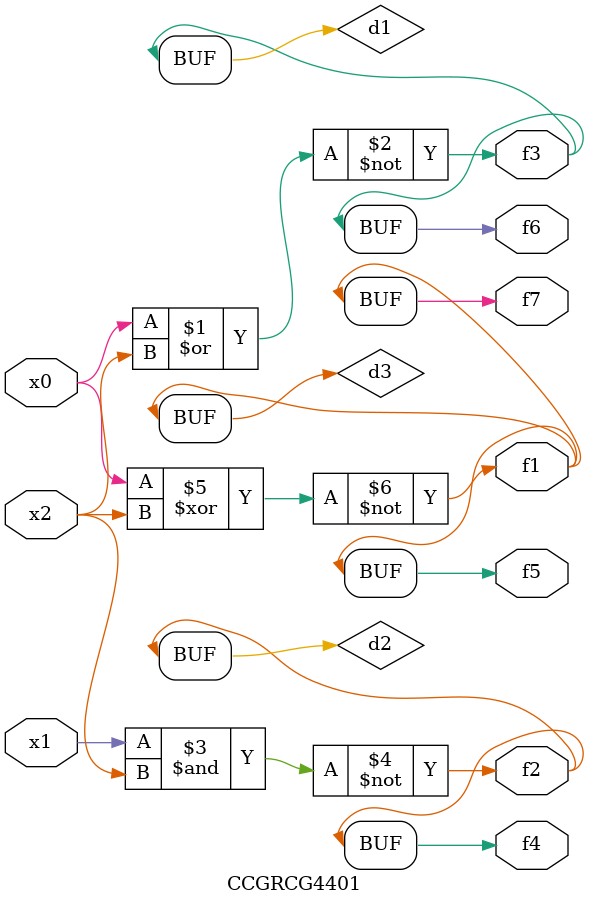
<source format=v>
module CCGRCG4401(
	input x0, x1, x2,
	output f1, f2, f3, f4, f5, f6, f7
);

	wire d1, d2, d3;

	nor (d1, x0, x2);
	nand (d2, x1, x2);
	xnor (d3, x0, x2);
	assign f1 = d3;
	assign f2 = d2;
	assign f3 = d1;
	assign f4 = d2;
	assign f5 = d3;
	assign f6 = d1;
	assign f7 = d3;
endmodule

</source>
